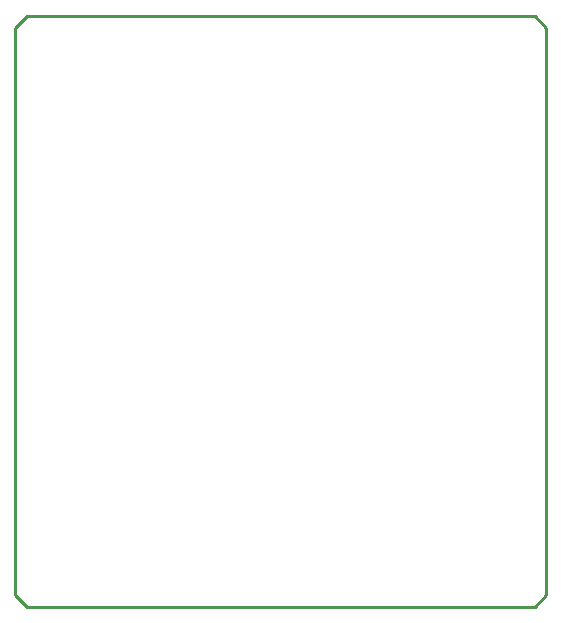
<source format=gko>
G04 Layer_Color=16711935*
%FSLAX24Y24*%
%MOIN*%
G70*
G01*
G75*
%ADD10C,0.0100*%
D10*
X25984Y12992D02*
X26378Y12598D01*
X30610D01*
X32726D01*
X36959D01*
X39075D01*
X43307D01*
X43701Y12992D01*
Y31890D01*
X43307Y32283D01*
X39075D01*
X30610D01*
X26378D01*
X25984Y31890D01*
Y12992D01*
M02*

</source>
